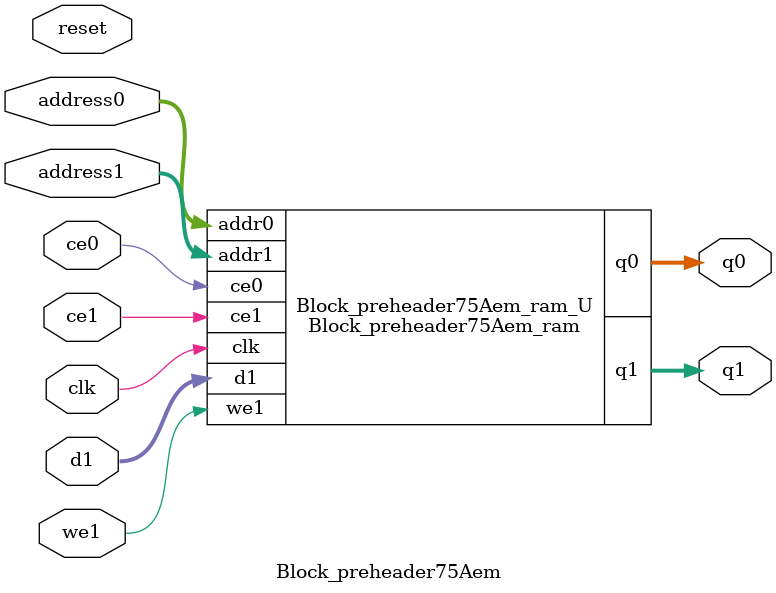
<source format=v>
`timescale 1 ns / 1 ps
module Block_preheader75Aem_ram (addr0, ce0, q0, addr1, ce1, d1, we1, q1,  clk);

parameter DWIDTH = 5;
parameter AWIDTH = 6;
parameter MEM_SIZE = 48;

input[AWIDTH-1:0] addr0;
input ce0;
output reg[DWIDTH-1:0] q0;
input[AWIDTH-1:0] addr1;
input ce1;
input[DWIDTH-1:0] d1;
input we1;
output reg[DWIDTH-1:0] q1;
input clk;

(* ram_style = "distributed" *)reg [DWIDTH-1:0] ram[0:MEM_SIZE-1];




always @(posedge clk)  
begin 
    if (ce0) begin
        q0 <= ram[addr0];
    end
end


always @(posedge clk)  
begin 
    if (ce1) begin
        if (we1) 
            ram[addr1] <= d1; 
        q1 <= ram[addr1];
    end
end


endmodule

`timescale 1 ns / 1 ps
module Block_preheader75Aem(
    reset,
    clk,
    address0,
    ce0,
    q0,
    address1,
    ce1,
    we1,
    d1,
    q1);

parameter DataWidth = 32'd5;
parameter AddressRange = 32'd48;
parameter AddressWidth = 32'd6;
input reset;
input clk;
input[AddressWidth - 1:0] address0;
input ce0;
output[DataWidth - 1:0] q0;
input[AddressWidth - 1:0] address1;
input ce1;
input we1;
input[DataWidth - 1:0] d1;
output[DataWidth - 1:0] q1;



Block_preheader75Aem_ram Block_preheader75Aem_ram_U(
    .clk( clk ),
    .addr0( address0 ),
    .ce0( ce0 ),
    .q0( q0 ),
    .addr1( address1 ),
    .ce1( ce1 ),
    .we1( we1 ),
    .d1( d1 ),
    .q1( q1 ));

endmodule


</source>
